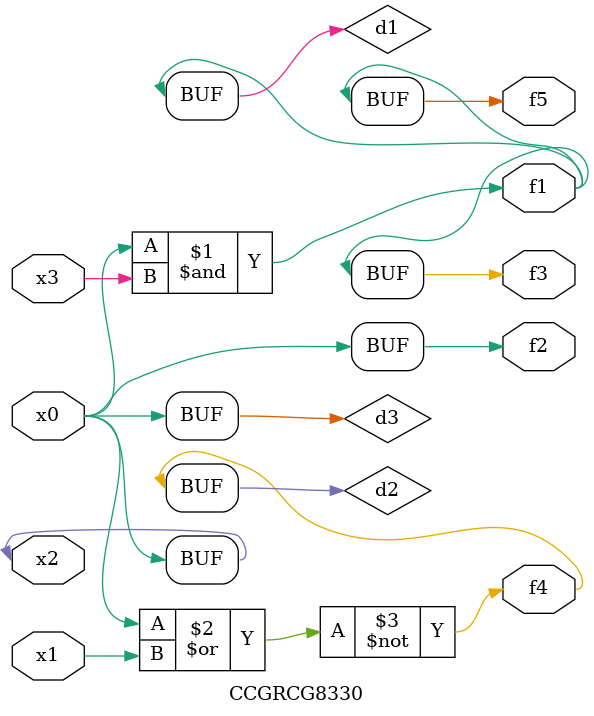
<source format=v>
module CCGRCG8330(
	input x0, x1, x2, x3,
	output f1, f2, f3, f4, f5
);

	wire d1, d2, d3;

	and (d1, x2, x3);
	nor (d2, x0, x1);
	buf (d3, x0, x2);
	assign f1 = d1;
	assign f2 = d3;
	assign f3 = d1;
	assign f4 = d2;
	assign f5 = d1;
endmodule

</source>
